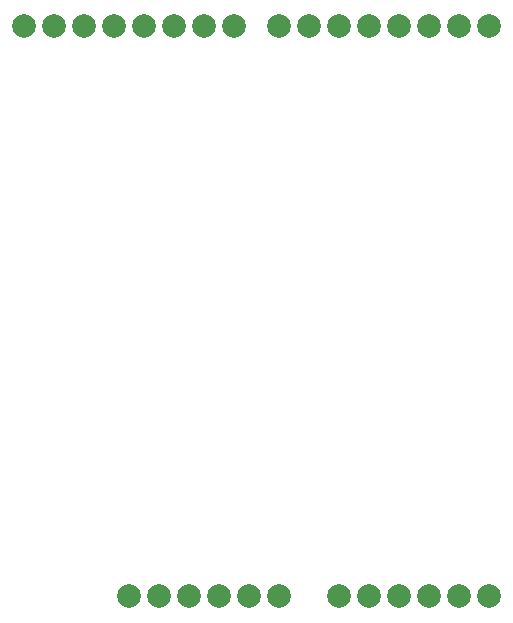
<source format=gbr>
%FSLAX32Y32*%
%MOMM*%
%LNKUPFERSEITE1*%
G71*
G01*
%ADD10C, 2.00*%
%LPD*%
X3175Y5096D02*
G54D10*
D03*
X2921Y5096D02*
G54D10*
D03*
X2667Y5096D02*
G54D10*
D03*
X2413Y5096D02*
G54D10*
D03*
X2159Y5096D02*
G54D10*
D03*
X1905Y5096D02*
G54D10*
D03*
X1651Y5096D02*
G54D10*
D03*
X1397Y5096D02*
G54D10*
D03*
X5334Y5096D02*
G54D10*
D03*
X5080Y5096D02*
G54D10*
D03*
X4826Y5096D02*
G54D10*
D03*
X4572Y5096D02*
G54D10*
D03*
X4318Y5096D02*
G54D10*
D03*
X4064Y5096D02*
G54D10*
D03*
X3810Y5096D02*
G54D10*
D03*
X3556Y5096D02*
G54D10*
D03*
X3556Y270D02*
G54D10*
D03*
X3302Y270D02*
G54D10*
D03*
X3048Y270D02*
G54D10*
D03*
X2794Y270D02*
G54D10*
D03*
X2540Y270D02*
G54D10*
D03*
X2286Y270D02*
G54D10*
D03*
X5334Y270D02*
G54D10*
D03*
X5080Y270D02*
G54D10*
D03*
X4826Y270D02*
G54D10*
D03*
X4572Y270D02*
G54D10*
D03*
X4318Y270D02*
G54D10*
D03*
X4064Y270D02*
G54D10*
D03*
M02*

</source>
